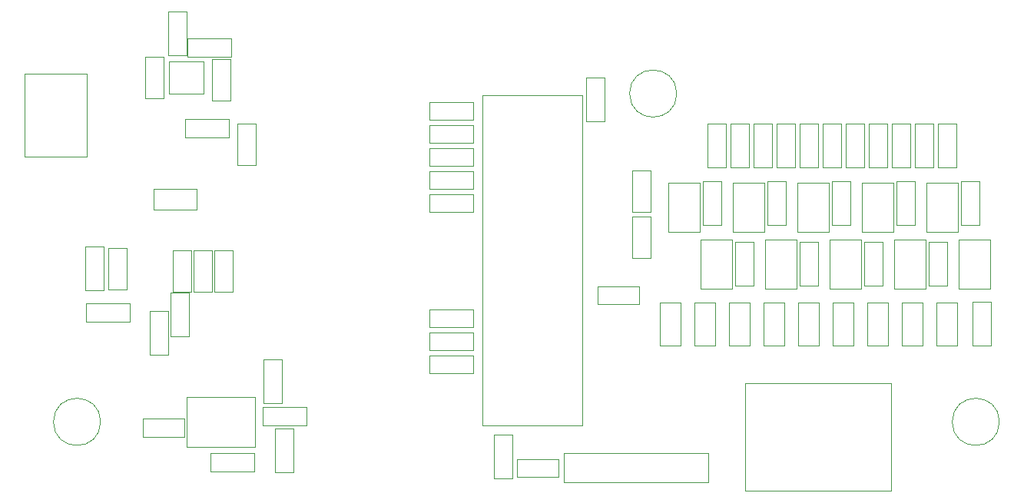
<source format=gbr>
G04 #@! TF.FileFunction,Other,User*
%FSLAX46Y46*%
G04 Gerber Fmt 4.6, Leading zero omitted, Abs format (unit mm)*
G04 Created by KiCad (PCBNEW 4.0.5) date 04/03/17 19:29:13*
%MOMM*%
%LPD*%
G01*
G04 APERTURE LIST*
%ADD10C,0.100000*%
%ADD11C,0.050000*%
G04 APERTURE END LIST*
D10*
D11*
X160715000Y-87630000D02*
G75*
G03X160715000Y-87630000I-2600000J0D01*
G01*
X196275000Y-123825000D02*
G75*
G03X196275000Y-123825000I-2600000J0D01*
G01*
X184326000Y-119526000D02*
X168226000Y-119526000D01*
X184326000Y-131426000D02*
X168226000Y-131426000D01*
X184326000Y-119526000D02*
X184326000Y-131426000D01*
X168226000Y-119526000D02*
X168226000Y-131426000D01*
X157845000Y-96125000D02*
X157845000Y-100725000D01*
X155845000Y-96125000D02*
X155845000Y-100725000D01*
X157845000Y-96125000D02*
X155845000Y-96125000D01*
X157845000Y-100725000D02*
X155845000Y-100725000D01*
X114240000Y-126575000D02*
X114240000Y-121075000D01*
X106740000Y-126575000D02*
X106740000Y-121075000D01*
X114240000Y-126575000D02*
X106740000Y-126575000D01*
X114240000Y-121075000D02*
X106740000Y-121075000D01*
X161170000Y-110680000D02*
X161170000Y-115380000D01*
X161170000Y-115380000D02*
X158870000Y-115380000D01*
X158870000Y-115380000D02*
X158870000Y-110680000D01*
X161170000Y-110680000D02*
X158870000Y-110680000D01*
X168790000Y-110680000D02*
X168790000Y-115380000D01*
X168790000Y-115380000D02*
X166490000Y-115380000D01*
X166490000Y-115380000D02*
X166490000Y-110680000D01*
X168790000Y-110680000D02*
X166490000Y-110680000D01*
X176410000Y-110680000D02*
X176410000Y-115380000D01*
X176410000Y-115380000D02*
X174110000Y-115380000D01*
X174110000Y-115380000D02*
X174110000Y-110680000D01*
X176410000Y-110680000D02*
X174110000Y-110680000D01*
X184030000Y-110680000D02*
X184030000Y-115380000D01*
X184030000Y-115380000D02*
X181730000Y-115380000D01*
X181730000Y-115380000D02*
X181730000Y-110680000D01*
X184030000Y-110680000D02*
X181730000Y-110680000D01*
X191650000Y-110680000D02*
X191650000Y-115380000D01*
X191650000Y-115380000D02*
X189350000Y-115380000D01*
X189350000Y-115380000D02*
X189350000Y-110680000D01*
X191650000Y-110680000D02*
X189350000Y-110680000D01*
X164980000Y-110680000D02*
X164980000Y-115380000D01*
X164980000Y-115380000D02*
X162680000Y-115380000D01*
X162680000Y-115380000D02*
X162680000Y-110680000D01*
X164980000Y-110680000D02*
X162680000Y-110680000D01*
X172600000Y-110680000D02*
X172600000Y-115380000D01*
X172600000Y-115380000D02*
X170300000Y-115380000D01*
X170300000Y-115380000D02*
X170300000Y-110680000D01*
X172600000Y-110680000D02*
X170300000Y-110680000D01*
X180220000Y-110680000D02*
X180220000Y-115380000D01*
X180220000Y-115380000D02*
X177920000Y-115380000D01*
X177920000Y-115380000D02*
X177920000Y-110680000D01*
X180220000Y-110680000D02*
X177920000Y-110680000D01*
X187840000Y-110680000D02*
X187840000Y-115380000D01*
X187840000Y-115380000D02*
X185540000Y-115380000D01*
X185540000Y-115380000D02*
X185540000Y-110680000D01*
X187840000Y-110680000D02*
X185540000Y-110680000D01*
X103060000Y-98164000D02*
X107760000Y-98164000D01*
X107760000Y-98164000D02*
X107760000Y-100464000D01*
X107760000Y-100464000D02*
X103060000Y-100464000D01*
X103060000Y-98164000D02*
X103060000Y-100464000D01*
X150290000Y-124255000D02*
X150290000Y-87855000D01*
X150290000Y-87855000D02*
X139290000Y-87855000D01*
X139290000Y-87855000D02*
X139290000Y-124255000D01*
X139290000Y-124255000D02*
X150290000Y-124255000D01*
X164160000Y-127305000D02*
X148260000Y-127305000D01*
X148260000Y-127305000D02*
X148260000Y-130505000D01*
X148260000Y-130505000D02*
X164160000Y-130505000D01*
X164160000Y-130505000D02*
X164160000Y-127305000D01*
X163294000Y-97503000D02*
X163294000Y-102903000D01*
X163294000Y-102903000D02*
X159794000Y-102903000D01*
X159794000Y-102903000D02*
X159794000Y-97503000D01*
X159794000Y-97503000D02*
X163294000Y-97503000D01*
X166850000Y-103726000D02*
X166850000Y-109126000D01*
X166850000Y-109126000D02*
X163350000Y-109126000D01*
X163350000Y-109126000D02*
X163350000Y-103726000D01*
X163350000Y-103726000D02*
X166850000Y-103726000D01*
X170406000Y-97503000D02*
X170406000Y-102903000D01*
X170406000Y-102903000D02*
X166906000Y-102903000D01*
X166906000Y-102903000D02*
X166906000Y-97503000D01*
X166906000Y-97503000D02*
X170406000Y-97503000D01*
X173962000Y-103726000D02*
X173962000Y-109126000D01*
X173962000Y-109126000D02*
X170462000Y-109126000D01*
X170462000Y-109126000D02*
X170462000Y-103726000D01*
X170462000Y-103726000D02*
X173962000Y-103726000D01*
X177518000Y-97503000D02*
X177518000Y-102903000D01*
X177518000Y-102903000D02*
X174018000Y-102903000D01*
X174018000Y-102903000D02*
X174018000Y-97503000D01*
X174018000Y-97503000D02*
X177518000Y-97503000D01*
X181074000Y-103726000D02*
X181074000Y-109126000D01*
X181074000Y-109126000D02*
X177574000Y-109126000D01*
X177574000Y-109126000D02*
X177574000Y-103726000D01*
X177574000Y-103726000D02*
X181074000Y-103726000D01*
X184630000Y-97503000D02*
X184630000Y-102903000D01*
X184630000Y-102903000D02*
X181130000Y-102903000D01*
X181130000Y-102903000D02*
X181130000Y-97503000D01*
X181130000Y-97503000D02*
X184630000Y-97503000D01*
X188186000Y-103726000D02*
X188186000Y-109126000D01*
X188186000Y-109126000D02*
X184686000Y-109126000D01*
X184686000Y-109126000D02*
X184686000Y-103726000D01*
X184686000Y-103726000D02*
X188186000Y-103726000D01*
X191742000Y-97503000D02*
X191742000Y-102903000D01*
X191742000Y-102903000D02*
X188242000Y-102903000D01*
X188242000Y-102903000D02*
X188242000Y-97503000D01*
X188242000Y-97503000D02*
X191742000Y-97503000D01*
X195298000Y-103726000D02*
X195298000Y-109126000D01*
X195298000Y-109126000D02*
X191798000Y-109126000D01*
X191798000Y-109126000D02*
X191798000Y-103726000D01*
X191798000Y-103726000D02*
X195298000Y-103726000D01*
X152005000Y-108855000D02*
X156605000Y-108855000D01*
X152005000Y-110855000D02*
X156605000Y-110855000D01*
X152005000Y-108855000D02*
X152005000Y-110855000D01*
X156605000Y-108855000D02*
X156605000Y-110855000D01*
X147715000Y-129905000D02*
X143115000Y-129905000D01*
X147715000Y-127905000D02*
X143115000Y-127905000D01*
X147715000Y-129905000D02*
X147715000Y-127905000D01*
X143115000Y-129905000D02*
X143115000Y-127905000D01*
X155845000Y-105805000D02*
X155845000Y-101205000D01*
X157845000Y-105805000D02*
X157845000Y-101205000D01*
X155845000Y-105805000D02*
X157845000Y-105805000D01*
X155845000Y-101205000D02*
X157845000Y-101205000D01*
X101840000Y-123460000D02*
X106440000Y-123460000D01*
X101840000Y-125460000D02*
X106440000Y-125460000D01*
X101840000Y-123460000D02*
X101840000Y-125460000D01*
X106440000Y-123460000D02*
X106440000Y-125460000D01*
X111490000Y-83806000D02*
X111490000Y-88406000D01*
X109490000Y-83806000D02*
X109490000Y-88406000D01*
X111490000Y-83806000D02*
X109490000Y-83806000D01*
X111490000Y-88406000D02*
X109490000Y-88406000D01*
X102124000Y-88152000D02*
X102124000Y-83552000D01*
X104124000Y-88152000D02*
X104124000Y-83552000D01*
X102124000Y-88152000D02*
X104124000Y-88152000D01*
X102124000Y-83552000D02*
X104124000Y-83552000D01*
X114284000Y-90918000D02*
X114284000Y-95518000D01*
X112284000Y-90918000D02*
X112284000Y-95518000D01*
X114284000Y-90918000D02*
X112284000Y-90918000D01*
X114284000Y-95518000D02*
X112284000Y-95518000D01*
X98060000Y-109234000D02*
X98060000Y-104634000D01*
X100060000Y-109234000D02*
X100060000Y-104634000D01*
X98060000Y-109234000D02*
X100060000Y-109234000D01*
X98060000Y-104634000D02*
X100060000Y-104634000D01*
X107172000Y-104888000D02*
X107172000Y-109488000D01*
X105172000Y-104888000D02*
X105172000Y-109488000D01*
X107172000Y-104888000D02*
X105172000Y-104888000D01*
X107172000Y-109488000D02*
X105172000Y-109488000D01*
X109458000Y-104888000D02*
X109458000Y-109488000D01*
X107458000Y-104888000D02*
X107458000Y-109488000D01*
X109458000Y-104888000D02*
X107458000Y-104888000D01*
X109458000Y-109488000D02*
X107458000Y-109488000D01*
X111744000Y-104888000D02*
X111744000Y-109488000D01*
X109744000Y-104888000D02*
X109744000Y-109488000D01*
X111744000Y-104888000D02*
X109744000Y-104888000D01*
X111744000Y-109488000D02*
X109744000Y-109488000D01*
X142605000Y-125235000D02*
X142605000Y-130035000D01*
X140605000Y-125235000D02*
X140605000Y-130035000D01*
X142605000Y-125235000D02*
X140605000Y-125235000D01*
X142605000Y-130035000D02*
X140605000Y-130035000D01*
X133490000Y-111395000D02*
X138290000Y-111395000D01*
X133490000Y-113395000D02*
X138290000Y-113395000D01*
X133490000Y-111395000D02*
X133490000Y-113395000D01*
X138290000Y-111395000D02*
X138290000Y-113395000D01*
X133490000Y-113935000D02*
X138290000Y-113935000D01*
X133490000Y-115935000D02*
X138290000Y-115935000D01*
X133490000Y-113935000D02*
X133490000Y-115935000D01*
X138290000Y-113935000D02*
X138290000Y-115935000D01*
X133490000Y-116475000D02*
X138290000Y-116475000D01*
X133490000Y-118475000D02*
X138290000Y-118475000D01*
X133490000Y-116475000D02*
X133490000Y-118475000D01*
X138290000Y-116475000D02*
X138290000Y-118475000D01*
X152765000Y-85865000D02*
X152765000Y-90665000D01*
X150765000Y-85865000D02*
X150765000Y-90665000D01*
X152765000Y-85865000D02*
X150765000Y-85865000D01*
X152765000Y-90665000D02*
X150765000Y-90665000D01*
X133490000Y-88535000D02*
X138290000Y-88535000D01*
X133490000Y-90535000D02*
X138290000Y-90535000D01*
X133490000Y-88535000D02*
X133490000Y-90535000D01*
X138290000Y-88535000D02*
X138290000Y-90535000D01*
X133490000Y-91075000D02*
X138290000Y-91075000D01*
X133490000Y-93075000D02*
X138290000Y-93075000D01*
X133490000Y-91075000D02*
X133490000Y-93075000D01*
X138290000Y-91075000D02*
X138290000Y-93075000D01*
X133490000Y-93615000D02*
X138290000Y-93615000D01*
X133490000Y-95615000D02*
X138290000Y-95615000D01*
X133490000Y-93615000D02*
X133490000Y-95615000D01*
X138290000Y-93615000D02*
X138290000Y-95615000D01*
X133490000Y-96155000D02*
X138290000Y-96155000D01*
X133490000Y-98155000D02*
X138290000Y-98155000D01*
X133490000Y-96155000D02*
X133490000Y-98155000D01*
X138290000Y-96155000D02*
X138290000Y-98155000D01*
X133490000Y-98695000D02*
X138290000Y-98695000D01*
X133490000Y-100695000D02*
X138290000Y-100695000D01*
X133490000Y-98695000D02*
X133490000Y-100695000D01*
X138290000Y-98695000D02*
X138290000Y-100695000D01*
X119875000Y-124190000D02*
X115075000Y-124190000D01*
X119875000Y-122190000D02*
X115075000Y-122190000D01*
X119875000Y-124190000D02*
X119875000Y-122190000D01*
X115075000Y-124190000D02*
X115075000Y-122190000D01*
X115205000Y-121780000D02*
X115205000Y-116980000D01*
X117205000Y-121780000D02*
X117205000Y-116980000D01*
X115205000Y-121780000D02*
X117205000Y-121780000D01*
X115205000Y-116980000D02*
X117205000Y-116980000D01*
X109360000Y-127270000D02*
X114160000Y-127270000D01*
X109360000Y-129270000D02*
X114160000Y-129270000D01*
X109360000Y-127270000D02*
X109360000Y-129270000D01*
X114160000Y-127270000D02*
X114160000Y-129270000D01*
X116475000Y-129400000D02*
X116475000Y-124600000D01*
X118475000Y-129400000D02*
X118475000Y-124600000D01*
X116475000Y-129400000D02*
X118475000Y-129400000D01*
X116475000Y-124600000D02*
X118475000Y-124600000D01*
X166100000Y-90945000D02*
X166100000Y-95745000D01*
X164100000Y-90945000D02*
X164100000Y-95745000D01*
X166100000Y-90945000D02*
X164100000Y-90945000D01*
X166100000Y-95745000D02*
X164100000Y-95745000D01*
X168640000Y-90945000D02*
X168640000Y-95745000D01*
X166640000Y-90945000D02*
X166640000Y-95745000D01*
X168640000Y-90945000D02*
X166640000Y-90945000D01*
X168640000Y-95745000D02*
X166640000Y-95745000D01*
X171180000Y-90945000D02*
X171180000Y-95745000D01*
X169180000Y-90945000D02*
X169180000Y-95745000D01*
X171180000Y-90945000D02*
X169180000Y-90945000D01*
X171180000Y-95745000D02*
X169180000Y-95745000D01*
X173720000Y-90945000D02*
X173720000Y-95745000D01*
X171720000Y-90945000D02*
X171720000Y-95745000D01*
X173720000Y-90945000D02*
X171720000Y-90945000D01*
X173720000Y-95745000D02*
X171720000Y-95745000D01*
X176260000Y-90945000D02*
X176260000Y-95745000D01*
X174260000Y-90945000D02*
X174260000Y-95745000D01*
X176260000Y-90945000D02*
X174260000Y-90945000D01*
X176260000Y-95745000D02*
X174260000Y-95745000D01*
X178800000Y-90945000D02*
X178800000Y-95745000D01*
X176800000Y-90945000D02*
X176800000Y-95745000D01*
X178800000Y-90945000D02*
X176800000Y-90945000D01*
X178800000Y-95745000D02*
X176800000Y-95745000D01*
X181340000Y-90945000D02*
X181340000Y-95745000D01*
X179340000Y-90945000D02*
X179340000Y-95745000D01*
X181340000Y-90945000D02*
X179340000Y-90945000D01*
X181340000Y-95745000D02*
X179340000Y-95745000D01*
X183880000Y-90945000D02*
X183880000Y-95745000D01*
X181880000Y-90945000D02*
X181880000Y-95745000D01*
X183880000Y-90945000D02*
X181880000Y-90945000D01*
X183880000Y-95745000D02*
X181880000Y-95745000D01*
X186420000Y-90945000D02*
X186420000Y-95745000D01*
X184420000Y-90945000D02*
X184420000Y-95745000D01*
X186420000Y-90945000D02*
X184420000Y-90945000D01*
X186420000Y-95745000D02*
X184420000Y-95745000D01*
X188960000Y-90945000D02*
X188960000Y-95745000D01*
X186960000Y-90945000D02*
X186960000Y-95745000D01*
X188960000Y-90945000D02*
X186960000Y-90945000D01*
X188960000Y-95745000D02*
X186960000Y-95745000D01*
X191500000Y-90945000D02*
X191500000Y-95745000D01*
X189500000Y-90945000D02*
X189500000Y-95745000D01*
X191500000Y-90945000D02*
X189500000Y-90945000D01*
X191500000Y-95745000D02*
X189500000Y-95745000D01*
X104664000Y-83426000D02*
X104664000Y-78626000D01*
X106664000Y-83426000D02*
X106664000Y-78626000D01*
X104664000Y-83426000D02*
X106664000Y-83426000D01*
X104664000Y-78626000D02*
X106664000Y-78626000D01*
X106820000Y-81550000D02*
X111620000Y-81550000D01*
X106820000Y-83550000D02*
X111620000Y-83550000D01*
X106820000Y-81550000D02*
X106820000Y-83550000D01*
X111620000Y-81550000D02*
X111620000Y-83550000D01*
X111366000Y-92440000D02*
X106566000Y-92440000D01*
X111366000Y-90440000D02*
X106566000Y-90440000D01*
X111366000Y-92440000D02*
X111366000Y-90440000D01*
X106566000Y-92440000D02*
X106566000Y-90440000D01*
X97520000Y-104534000D02*
X97520000Y-109334000D01*
X95520000Y-104534000D02*
X95520000Y-109334000D01*
X97520000Y-104534000D02*
X95520000Y-104534000D01*
X97520000Y-109334000D02*
X95520000Y-109334000D01*
X95644000Y-110760000D02*
X100444000Y-110760000D01*
X95644000Y-112760000D02*
X100444000Y-112760000D01*
X95644000Y-110760000D02*
X95644000Y-112760000D01*
X100444000Y-110760000D02*
X100444000Y-112760000D01*
X106918000Y-109614000D02*
X106918000Y-114414000D01*
X104918000Y-109614000D02*
X104918000Y-114414000D01*
X106918000Y-109614000D02*
X104918000Y-109614000D01*
X106918000Y-114414000D02*
X104918000Y-114414000D01*
X104632000Y-111646000D02*
X104632000Y-116446000D01*
X102632000Y-111646000D02*
X102632000Y-116446000D01*
X104632000Y-111646000D02*
X102632000Y-111646000D01*
X104632000Y-116446000D02*
X102632000Y-116446000D01*
X165592000Y-97295000D02*
X165592000Y-102095000D01*
X163592000Y-97295000D02*
X163592000Y-102095000D01*
X165592000Y-97295000D02*
X163592000Y-97295000D01*
X165592000Y-102095000D02*
X163592000Y-102095000D01*
X169148000Y-104026000D02*
X169148000Y-108826000D01*
X167148000Y-104026000D02*
X167148000Y-108826000D01*
X169148000Y-104026000D02*
X167148000Y-104026000D01*
X169148000Y-108826000D02*
X167148000Y-108826000D01*
X172704000Y-97295000D02*
X172704000Y-102095000D01*
X170704000Y-97295000D02*
X170704000Y-102095000D01*
X172704000Y-97295000D02*
X170704000Y-97295000D01*
X172704000Y-102095000D02*
X170704000Y-102095000D01*
X176260000Y-104026000D02*
X176260000Y-108826000D01*
X174260000Y-104026000D02*
X174260000Y-108826000D01*
X176260000Y-104026000D02*
X174260000Y-104026000D01*
X176260000Y-108826000D02*
X174260000Y-108826000D01*
X179816000Y-97295000D02*
X179816000Y-102095000D01*
X177816000Y-97295000D02*
X177816000Y-102095000D01*
X179816000Y-97295000D02*
X177816000Y-97295000D01*
X179816000Y-102095000D02*
X177816000Y-102095000D01*
X183372000Y-104026000D02*
X183372000Y-108826000D01*
X181372000Y-104026000D02*
X181372000Y-108826000D01*
X183372000Y-104026000D02*
X181372000Y-104026000D01*
X183372000Y-108826000D02*
X181372000Y-108826000D01*
X186928000Y-97295000D02*
X186928000Y-102095000D01*
X184928000Y-97295000D02*
X184928000Y-102095000D01*
X186928000Y-97295000D02*
X184928000Y-97295000D01*
X186928000Y-102095000D02*
X184928000Y-102095000D01*
X190484000Y-104026000D02*
X190484000Y-108826000D01*
X188484000Y-104026000D02*
X188484000Y-108826000D01*
X190484000Y-104026000D02*
X188484000Y-104026000D01*
X190484000Y-108826000D02*
X188484000Y-108826000D01*
X194040000Y-97295000D02*
X194040000Y-102095000D01*
X192040000Y-97295000D02*
X192040000Y-102095000D01*
X194040000Y-97295000D02*
X192040000Y-97295000D01*
X194040000Y-102095000D02*
X192040000Y-102095000D01*
X195310000Y-110630000D02*
X195310000Y-115430000D01*
X193310000Y-110630000D02*
X193310000Y-115430000D01*
X195310000Y-110630000D02*
X193310000Y-110630000D01*
X195310000Y-115430000D02*
X193310000Y-115430000D01*
X97215000Y-123825000D02*
G75*
G03X97215000Y-123825000I-2600000J0D01*
G01*
X104780000Y-84052000D02*
X108580000Y-84052000D01*
X108580000Y-84052000D02*
X108580000Y-87652000D01*
X108580000Y-87652000D02*
X104780000Y-87652000D01*
X104780000Y-87652000D02*
X104780000Y-84052000D01*
X95690000Y-85410000D02*
X95690000Y-94610000D01*
X95690000Y-94610000D02*
X88840000Y-94610000D01*
X88840000Y-94610000D02*
X88840000Y-85410000D01*
X88840000Y-85410000D02*
X95690000Y-85410000D01*
M02*

</source>
